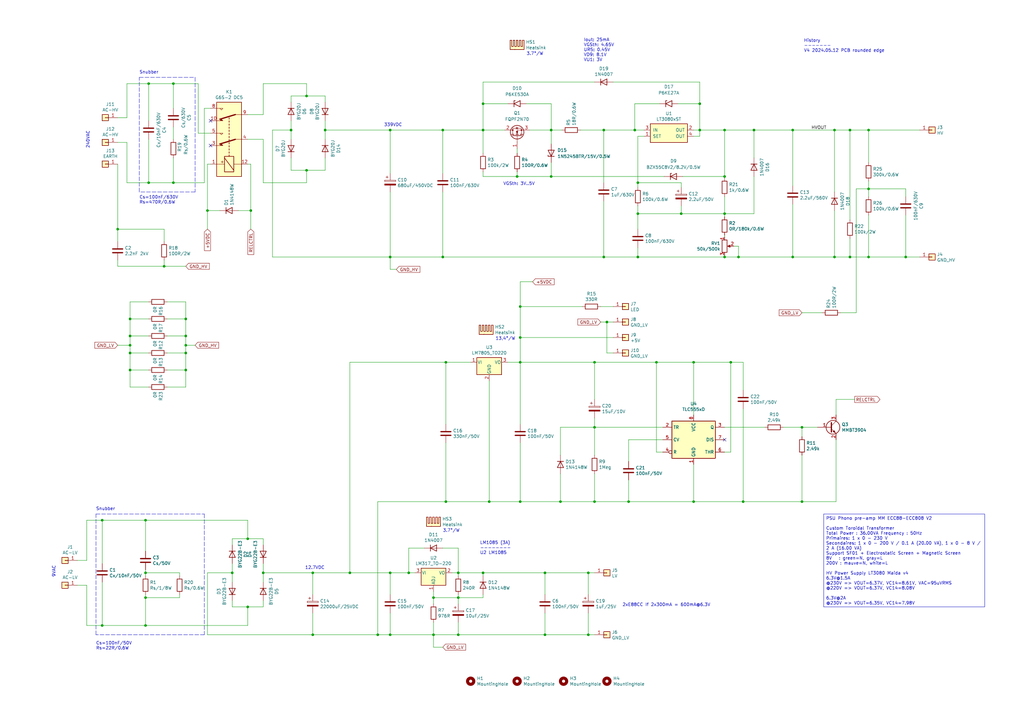
<source format=kicad_sch>
(kicad_sch (version 20231120) (generator "eeschema") (generator_version "8.0")
  (paper "A3")
  (title_block (title "HV Power Supply LT3080 Maida") (date "2025-01-22") (rev "4"))
  (junction (at 213.36 138.43))
  (junction (at 76.2 151.765))
  (junction (at 181.61 105.41))
  (junction (at 269.24 148.59))
  (junction (at 198.12 234.95))
  (junction (at 213.36 148.59))
  (junction (at 299.72 148.59))
  (junction (at 182.88 205.74))
  (junction (at 154.94 260.35))
  (junction (at 48.26 93.98))
  (junction (at 53.34 144.78))
  (junction (at 348.615 53.34))
  (junction (at 59.69 256.54))
  (junction (at 325.12 105.41))
  (junction (at 53.34 130.81))
  (junction (at 229.87 205.74))
  (junction (at 243.84 205.74))
  (junction (at 297.18 53.34))
  (junction (at 226.06 72.39))
  (junction (at 59.69 245.11))
  (junction (at 101.6 248.92))
  (junction (at 177.8 260.35))
  (junction (at 342.265 53.34))
  (junction (at 261.62 74.93))
  (junction (at 128.27 234.95))
  (junction (at 160.02 260.35))
  (junction (at 257.81 205.74))
  (junction (at 160.02 105.41))
  (junction (at 53.34 137.795))
  (junction (at 297.18 72.39))
  (junction (at 167.64 234.95))
  (junction (at 102.87 86.36))
  (junction (at 59.69 213.36))
  (junction (at 212.09 72.39))
  (junction (at 187.96 260.35))
  (junction (at 297.18 87.63))
  (junction (at 223.52 234.95))
  (junction (at 76.2 130.81))
  (junction (at 125.73 39.37))
  (junction (at 187.96 234.95))
  (junction (at 247.65 105.41))
  (junction (at 125.73 69.85))
  (junction (at 297.18 105.41))
  (junction (at 243.84 175.26))
  (junction (at 304.8 205.74))
  (junction (at 248.92 132.08))
  (junction (at 187.96 245.11))
  (junction (at 76.2 141.605))
  (junction (at 41.91 256.54))
  (junction (at 71.12 34.29))
  (junction (at 325.12 53.34))
  (junction (at 279.4 87.63))
  (junction (at 348.615 105.41))
  (junction (at 241.3 234.95))
  (junction (at 181.61 53.34))
  (junction (at 260.35 53.34))
  (junction (at 160.02 234.95))
  (junction (at 371.475 105.41))
  (junction (at 128.27 260.35))
  (junction (at 243.84 148.59))
  (junction (at 287.02 53.34))
  (junction (at 213.36 205.74))
  (junction (at 287.02 42.545))
  (junction (at 53.34 141.605))
  (junction (at 241.3 260.35))
  (junction (at 284.48 205.74))
  (junction (at 198.12 42.545))
  (junction (at 160.02 53.34))
  (junction (at 342.265 105.41))
  (junction (at 213.36 125.73))
  (junction (at 328.93 205.74))
  (junction (at 143.51 234.95))
  (junction (at 101.6 220.98))
  (junction (at 356.235 105.41))
  (junction (at 261.62 105.41))
  (junction (at 223.52 260.35))
  (junction (at 182.88 148.59))
  (junction (at 107.95 234.95))
  (junction (at 328.93 175.26))
  (junction (at 53.34 151.765))
  (junction (at 76.2 137.795))
  (junction (at 261.62 87.63))
  (junction (at 133.35 53.34))
  (junction (at 302.895 105.41))
  (junction (at 309.245 53.34))
  (junction (at 177.8 245.11))
  (junction (at 200.66 205.74))
  (junction (at 226.06 53.34))
  (junction (at 119.38 53.34))
  (junction (at 41.91 213.36))
  (junction (at 60.96 74.93))
  (junction (at 284.48 148.59))
  (junction (at 247.65 53.34))
  (junction (at 198.12 53.34))
  (junction (at 59.69 234.95))
  (junction (at 60.96 34.29))
  (junction (at 95.25 234.95))
  (junction (at 356.235 77.47))
  (junction (at 85.09 86.36))
  (junction (at 71.12 74.93))
  (junction (at 67.31 109.22))
  (junction (at 356.235 53.34))
  (junction (at 76.2 144.78))
  (no_connect (at 297.18 180.34))
  (no_connect (at 86.36 49.53))
  (no_connect (at 86.36 59.69))
  (wire (pts (xy 356.235 74.295) (xy 356.235 77.47)))
  (wire (pts (xy 297.18 53.34) (xy 297.18 72.39)))
  (wire (pts (xy 302.895 100.965) (xy 302.895 105.41)))
  (wire (pts (xy 101.6 256.54) (xy 101.6 248.92)))
  (wire (pts (xy 95.25 220.98) (xy 101.6 220.98)))
  (wire (pts (xy 68.58 151.765) (xy 76.2 151.765)))
  (wire (pts (xy 351.155 77.47) (xy 356.235 77.47)))
  (wire (pts (xy 226.06 59.055) (xy 226.06 53.34)))
  (wire (pts (xy 371.475 105.41) (xy 377.19 105.41)))
  (polyline (pts (xy 39.37 260.35) (xy 39.37 210.82)) (stroke (width 0) (type dash)))
  (wire (pts (xy 287.02 53.34) (xy 284.48 53.34)))
  (wire (pts (xy 181.61 53.34) (xy 198.12 53.34)))
  (wire (pts (xy 60.96 57.15) (xy 60.96 74.93)))
  (wire (pts (xy 302.895 105.41) (xy 325.12 105.41)))
  (wire (pts (xy 309.245 53.34) (xy 309.245 64.77)))
  (wire (pts (xy 53.34 137.795) (xy 53.34 141.605)))
  (wire (pts (xy 71.12 74.93) (xy 60.96 74.93)))
  (wire (pts (xy 342.9 180.34) (xy 342.9 205.74)))
  (wire (pts (xy 107.95 46.99) (xy 107.95 34.29)))
  (wire (pts (xy 297.18 185.42) (xy 299.72 185.42)))
  (wire (pts (xy 187.96 224.79) (xy 181.61 224.79)))
  (wire (pts (xy 177.8 260.35) (xy 177.8 255.27)))
  (wire (pts (xy 128.27 260.35) (xy 128.27 251.46)))
  (wire (pts (xy 213.36 115.57) (xy 213.36 125.73)))
  (wire (pts (xy 76.2 109.22) (xy 67.31 109.22)))
  (wire (pts (xy 328.93 205.74) (xy 304.8 205.74)))
  (wire (pts (xy 261.62 84.455) (xy 261.62 87.63)))
  (wire (pts (xy 68.58 137.795) (xy 76.2 137.795)))
  (wire (pts (xy 243.84 205.74) (xy 243.84 194.31)))
  (wire (pts (xy 48.26 58.42) (xy 52.07 58.42)))
  (wire (pts (xy 95.25 231.14) (xy 95.25 234.95)))
  (wire (pts (xy 35.56 256.54) (xy 41.91 256.54)))
  (wire (pts (xy 198.12 33.655) (xy 198.12 42.545)))
  (wire (pts (xy 68.58 158.75) (xy 76.2 158.75)))
  (wire (pts (xy 31.75 240.03) (xy 35.56 240.03)))
  (wire (pts (xy 223.52 234.95) (xy 241.3 234.95)))
  (wire (pts (xy 300.99 100.965) (xy 302.895 100.965)))
  (wire (pts (xy 154.94 260.35) (xy 154.94 205.74)))
  (wire (pts (xy 48.26 141.605) (xy 53.34 141.605)))
  (wire (pts (xy 241.3 251.46) (xy 241.3 260.35)))
  (polyline (pts (xy 57.15 78.74) (xy 57.15 31.75)) (stroke (width 0) (type dash)))
  (wire (pts (xy 325.12 83.82) (xy 325.12 105.41)))
  (wire (pts (xy 229.87 205.74) (xy 213.36 205.74)))
  (wire (pts (xy 177.8 245.11) (xy 187.96 245.11)))
  (wire (pts (xy 59.69 233.68) (xy 59.69 234.95)))
  (wire (pts (xy 226.06 53.34) (xy 217.17 53.34)))
  (wire (pts (xy 85.09 260.35) (xy 85.09 234.95)))
  (wire (pts (xy 128.27 243.84) (xy 128.27 234.95)))
  (wire (pts (xy 160.02 260.35) (xy 177.8 260.35)))
  (wire (pts (xy 71.12 64.77) (xy 71.12 74.93)))
  (wire (pts (xy 297.18 105.41) (xy 302.895 105.41)))
  (wire (pts (xy 67.31 109.22) (xy 48.26 109.22)))
  (wire (pts (xy 287.02 42.545) (xy 287.02 53.34)))
  (wire (pts (xy 287.02 42.545) (xy 287.02 33.655)))
  (wire (pts (xy 160.02 105.41) (xy 181.61 105.41)))
  (wire (pts (xy 226.06 53.34) (xy 230.505 53.34)))
  (wire (pts (xy 73.66 234.95) (xy 73.66 236.22)))
  (wire (pts (xy 71.12 34.29) (xy 81.28 34.29)))
  (wire (pts (xy 133.35 69.85) (xy 133.35 64.77)))
  (wire (pts (xy 261.62 101.6) (xy 261.62 105.41)))
  (wire (pts (xy 261.62 74.93) (xy 261.62 76.835)))
  (wire (pts (xy 226.06 72.39) (xy 212.09 72.39)))
  (wire (pts (xy 342.9 163.83) (xy 342.9 170.18)))
  (wire (pts (xy 35.56 213.36) (xy 41.91 213.36)))
  (wire (pts (xy 342.265 53.34) (xy 348.615 53.34)))
  (wire (pts (xy 68.58 123.825) (xy 76.2 123.825)))
  (wire (pts (xy 160.02 110.49) (xy 160.02 105.41)))
  (wire (pts (xy 181.61 105.41) (xy 247.65 105.41)))
  (wire (pts (xy 287.02 33.655) (xy 251.46 33.655)))
  (wire (pts (xy 71.12 52.07) (xy 71.12 57.15)))
  (wire (pts (xy 143.51 234.95) (xy 160.02 234.95)))
  (wire (pts (xy 304.8 167.64) (xy 304.8 205.74)))
  (wire (pts (xy 243.84 260.35) (xy 241.3 260.35)))
  (wire (pts (xy 270.51 42.545) (xy 260.35 42.545)))
  (wire (pts (xy 247.65 105.41) (xy 261.62 105.41)))
  (wire (pts (xy 81.28 34.29) (xy 81.28 54.61)))
  (wire (pts (xy 297.18 96.52) (xy 297.18 97.155)))
  (wire (pts (xy 213.36 125.73) (xy 213.36 138.43)))
  (wire (pts (xy 247.65 53.34) (xy 260.35 53.34)))
  (wire (pts (xy 243.84 175.26) (xy 229.87 175.26)))
  (wire (pts (xy 251.46 138.43) (xy 213.36 138.43)))
  (wire (pts (xy 278.13 42.545) (xy 287.02 42.545)))
  (wire (pts (xy 181.61 265.43) (xy 177.8 265.43)))
  (wire (pts (xy 177.8 260.35) (xy 187.96 260.35)))
  (wire (pts (xy 309.245 72.39) (xy 309.245 87.63)))
  (wire (pts (xy 218.44 115.57) (xy 213.36 115.57)))
  (wire (pts (xy 187.96 243.84) (xy 187.96 245.11)))
  (wire (pts (xy 101.6 220.98) (xy 107.95 220.98)))
  (wire (pts (xy 304.8 205.74) (xy 284.48 205.74)))
  (wire (pts (xy 223.52 243.84) (xy 223.52 234.95)))
  (wire (pts (xy 76.2 141.605) (xy 80.01 141.605)))
  (wire (pts (xy 119.38 69.85) (xy 125.73 69.85)))
  (wire (pts (xy 187.96 234.95) (xy 187.96 224.79)))
  (wire (pts (xy 213.36 138.43) (xy 213.36 148.59)))
  (wire (pts (xy 181.61 78.74) (xy 181.61 105.41)))
  (wire (pts (xy 243.84 175.26) (xy 243.84 171.45)))
  (wire (pts (xy 243.84 175.26) (xy 243.84 186.69)))
  (wire (pts (xy 187.96 234.95) (xy 198.12 234.95)))
  (wire (pts (xy 53.34 151.765) (xy 60.96 151.765)))
  (wire (pts (xy 76.2 141.605) (xy 76.2 144.78)))
  (wire (pts (xy 128.27 260.35) (xy 154.94 260.35)))
  (wire (pts (xy 111.76 53.34) (xy 111.76 105.41)))
  (wire (pts (xy 128.27 260.35) (xy 85.09 260.35)))
  (wire (pts (xy 248.92 132.08) (xy 251.46 132.08)))
  (wire (pts (xy 246.38 132.08) (xy 248.92 132.08)))
  (wire (pts (xy 272.415 72.39) (xy 226.06 72.39)))
  (polyline (pts (xy 57.15 31.75) (xy 80.01 31.75)) (stroke (width 0) (type dash)))
  (wire (pts (xy 247.65 82.55) (xy 247.65 105.41)))
  (wire (pts (xy 226.06 53.34) (xy 226.06 42.545)))
  (wire (pts (xy 223.52 251.46) (xy 223.52 260.35)))
  (wire (pts (xy 52.07 58.42) (xy 52.07 74.93)))
  (wire (pts (xy 31.75 229.87) (xy 35.56 229.87)))
  (wire (pts (xy 182.88 148.59) (xy 182.88 173.99)))
  (wire (pts (xy 107.95 220.98) (xy 107.95 223.52)))
  (wire (pts (xy 182.88 181.61) (xy 182.88 205.74)))
  (wire (pts (xy 182.88 148.59) (xy 143.51 148.59)))
  (wire (pts (xy 53.34 130.81) (xy 53.34 137.795)))
  (wire (pts (xy 187.96 260.35) (xy 223.52 260.35)))
  (wire (pts (xy 162.56 110.49) (xy 160.02 110.49)))
  (wire (pts (xy 133.35 53.34) (xy 133.35 57.15)))
  (wire (pts (xy 119.38 53.34) (xy 119.38 49.53)))
  (wire (pts (xy 68.58 130.81) (xy 76.2 130.81)))
  (wire (pts (xy 284.48 205.74) (xy 257.81 205.74)))
  (wire (pts (xy 284.48 148.59) (xy 269.24 148.59)))
  (wire (pts (xy 351.155 128.27) (xy 351.155 77.47)))
  (wire (pts (xy 297.18 87.63) (xy 309.245 87.63)))
  (wire (pts (xy 200.66 156.21) (xy 200.66 205.74)))
  (wire (pts (xy 279.4 74.93) (xy 261.62 74.93)))
  (wire (pts (xy 297.18 80.645) (xy 297.18 87.63)))
  (wire (pts (xy 297.18 53.34) (xy 287.02 53.34)))
  (wire (pts (xy 48.26 93.98) (xy 48.26 99.06)))
  (wire (pts (xy 125.73 39.37) (xy 133.35 39.37)))
  (wire (pts (xy 48.26 67.31) (xy 48.26 93.98)))
  (wire (pts (xy 198.12 53.34) (xy 198.12 62.865)))
  (wire (pts (xy 342.265 86.36) (xy 342.265 105.41)))
  (wire (pts (xy 243.84 205.74) (xy 229.87 205.74)))
  (wire (pts (xy 177.8 245.11) (xy 177.8 242.57)))
  (wire (pts (xy 107.95 34.29) (xy 125.73 34.29)))
  (wire (pts (xy 297.18 104.775) (xy 297.18 105.41)))
  (wire (pts (xy 160.02 53.34) (xy 181.61 53.34)))
  (wire (pts (xy 247.65 53.34) (xy 247.65 74.93)))
  (wire (pts (xy 60.96 123.825) (xy 53.34 123.825)))
  (wire (pts (xy 299.72 148.59) (xy 284.48 148.59)))
  (wire (pts (xy 243.84 33.655) (xy 198.12 33.655)))
  (wire (pts (xy 60.96 137.795) (xy 53.34 137.795)))
  (wire (pts (xy 76.2 151.765) (xy 76.2 144.78)))
  (wire (pts (xy 304.8 160.02) (xy 304.8 148.59)))
  (wire (pts (xy 344.805 128.27) (xy 351.155 128.27)))
  (wire (pts (xy 60.96 34.29) (xy 60.96 49.53)))
  (wire (pts (xy 160.02 53.34) (xy 160.02 71.12)))
  (wire (pts (xy 328.93 175.26) (xy 321.31 175.26)))
  (wire (pts (xy 59.69 243.84) (xy 59.69 245.11)))
  (wire (pts (xy 297.18 87.63) (xy 297.18 88.9)))
  (wire (pts (xy 41.91 256.54) (xy 41.91 238.76)))
  (wire (pts (xy 213.36 173.99) (xy 213.36 148.59)))
  (wire (pts (xy 119.38 41.91) (xy 119.38 39.37)))
  (wire (pts (xy 81.28 54.61) (xy 86.36 54.61)))
  (wire (pts (xy 342.265 53.34) (xy 342.265 78.74)))
  (wire (pts (xy 261.62 87.63) (xy 261.62 93.98)))
  (wire (pts (xy 53.34 151.765) (xy 53.34 144.78)))
  (wire (pts (xy 198.12 72.39) (xy 212.09 72.39)))
  (wire (pts (xy 181.61 71.12) (xy 181.61 53.34)))
  (wire (pts (xy 107.95 234.95) (xy 128.27 234.95)))
  (wire (pts (xy 101.6 213.36) (xy 101.6 220.98)))
  (polyline (pts (xy 80.01 78.74) (xy 57.15 78.74)) (stroke (width 0) (type dash)))
  (wire (pts (xy 59.69 213.36) (xy 41.91 213.36)))
  (wire (pts (xy 85.09 67.31) (xy 86.36 67.31)))
  (wire (pts (xy 119.38 57.15) (xy 119.38 53.34)))
  (wire (pts (xy 356.235 53.34) (xy 356.235 66.675)))
  (wire (pts (xy 167.64 224.79) (xy 167.64 234.95)))
  (wire (pts (xy 107.95 234.95) (xy 107.95 238.76)))
  (wire (pts (xy 356.235 105.41) (xy 371.475 105.41)))
  (wire (pts (xy 177.8 265.43) (xy 177.8 260.35)))
  (wire (pts (xy 342.265 105.41) (xy 348.615 105.41)))
  (wire (pts (xy 167.64 234.95) (xy 170.18 234.95)))
  (wire (pts (xy 328.93 128.27) (xy 337.185 128.27)))
  (wire (pts (xy 143.51 148.59) (xy 143.51 234.95)))
  (wire (pts (xy 102.87 67.31) (xy 102.87 86.36)))
  (wire (pts (xy 261.62 55.88) (xy 261.62 74.93)))
  (wire (pts (xy 198.12 53.34) (xy 207.01 53.34)))
  (wire (pts (xy 243.84 148.59) (xy 269.24 148.59)))
  (wire (pts (xy 67.31 99.06) (xy 67.31 93.98)))
  (wire (pts (xy 284.48 55.88) (xy 287.02 55.88)))
  (wire (pts (xy 356.235 77.47) (xy 371.475 77.47)))
  (wire (pts (xy 125.73 74.93) (xy 107.95 74.93)))
  (wire (pts (xy 238.125 53.34) (xy 247.65 53.34)))
  (wire (pts (xy 182.88 205.74) (xy 200.66 205.74)))
  (wire (pts (xy 85.09 86.36) (xy 85.09 67.31)))
  (wire (pts (xy 264.16 55.88) (xy 261.62 55.88)))
  (wire (pts (xy 284.48 170.18) (xy 284.48 148.59)))
  (wire (pts (xy 101.6 67.31) (xy 102.87 67.31)))
  (wire (pts (xy 297.18 53.34) (xy 309.245 53.34)))
  (wire (pts (xy 160.02 78.74) (xy 160.02 105.41)))
  (wire (pts (xy 107.95 57.15) (xy 101.6 57.15)))
  (wire (pts (xy 299.72 185.42) (xy 299.72 148.59)))
  (wire (pts (xy 251.46 144.78) (xy 248.92 144.78)))
  (wire (pts (xy 59.69 256.54) (xy 41.91 256.54)))
  (wire (pts (xy 185.42 234.95) (xy 187.96 234.95)))
  (wire (pts (xy 187.96 236.22) (xy 187.96 234.95)))
  (wire (pts (xy 198.12 42.545) (xy 198.12 53.34)))
  (wire (pts (xy 48.26 48.26) (xy 52.07 48.26)))
  (wire (pts (xy 101.6 46.99) (xy 107.95 46.99)))
  (wire (pts (xy 85.09 234.95) (xy 95.25 234.95)))
  (wire (pts (xy 83.82 44.45) (xy 86.36 44.45)))
  (wire (pts (xy 223.52 260.35) (xy 241.3 260.35)))
  (wire (pts (xy 246.38 125.73) (xy 251.46 125.73)))
  (wire (pts (xy 125.73 69.85) (xy 125.73 74.93)))
  (wire (pts (xy 53.34 144.78) (xy 60.96 144.78)))
  (wire (pts (xy 198.12 70.485) (xy 198.12 72.39)))
  (wire (pts (xy 198.12 234.95) (xy 198.12 236.22)))
  (wire (pts (xy 67.31 93.98) (xy 48.26 93.98)))
  (wire (pts (xy 198.12 243.84) (xy 198.12 245.11)))
  (wire (pts (xy 309.245 53.34) (xy 325.12 53.34)))
  (wire (pts (xy 59.69 226.06) (xy 59.69 213.36)))
  (wire (pts (xy 68.58 144.78) (xy 76.2 144.78)))
  (wire (pts (xy 95.25 234.95) (xy 95.25 238.76)))
  (wire (pts (xy 342.9 205.74) (xy 328.93 205.74)))
  (wire (pts (xy 119.38 39.37) (xy 125.73 39.37)))
  (wire (pts (xy 133.35 53.34) (xy 160.02 53.34)))
  (wire (pts (xy 325.12 53.34) (xy 342.265 53.34)))
  (wire (pts (xy 35.56 229.87) (xy 35.56 213.36)))
  (wire (pts (xy 71.12 34.29) (xy 71.12 44.45)))
  (wire (pts (xy 279.4 84.455) (xy 279.4 87.63)))
  (wire (pts (xy 177.8 247.65) (xy 177.8 245.11)))
  (wire (pts (xy 356.235 53.34) (xy 377.19 53.34)))
  (wire (pts (xy 328.93 186.69) (xy 328.93 205.74)))
  (wire (pts (xy 76.2 137.795) (xy 76.2 141.605)))
  (wire (pts (xy 52.07 34.29) (xy 60.96 34.29)))
  (wire (pts (xy 325.12 105.41) (xy 342.265 105.41)))
  (wire (pts (xy 271.78 175.26) (xy 243.84 175.26)))
  (wire (pts (xy 215.9 42.545) (xy 226.06 42.545)))
  (wire (pts (xy 102.87 86.36) (xy 97.79 86.36)))
  (wire (pts (xy 76.2 130.81) (xy 76.2 137.795)))
  (wire (pts (xy 160.02 260.35) (xy 160.02 251.46)))
  (wire (pts (xy 200.66 205.74) (xy 213.36 205.74)))
  (wire (pts (xy 304.8 148.59) (xy 299.72 148.59)))
  (wire (pts (xy 107.95 231.14) (xy 107.95 234.95)))
  (wire (pts (xy 95.25 248.92) (xy 95.25 246.38)))
  (wire (pts (xy 198.12 245.11) (xy 187.96 245.11)))
  (wire (pts (xy 48.26 109.22) (xy 48.26 106.68)))
  (wire (pts (xy 160.02 105.41) (xy 111.76 105.41)))
  (wire (pts (xy 73.66 245.11) (xy 59.69 245.11)))
  (wire (pts (xy 297.18 87.63) (xy 279.4 87.63)))
  (wire (pts (xy 325.12 76.2) (xy 325.12 53.34)))
  (wire (pts (xy 59.69 245.11) (xy 59.69 256.54)))
  (wire (pts (xy 107.95 74.93) (xy 107.95 57.15)))
  (wire (pts (xy 35.56 240.03) (xy 35.56 256.54)))
  (wire (pts (xy 229.87 175.26) (xy 229.87 186.69)))
  (wire (pts (xy 335.28 175.26) (xy 328.93 175.26)))
  (wire (pts (xy 348.615 105.41) (xy 356.235 105.41)))
  (wire (pts (xy 76.2 123.825) (xy 76.2 130.81)))
  (wire (pts (xy 348.615 90.17) (xy 348.615 53.34)))
  (wire (pts (xy 269.24 185.42) (xy 269.24 148.59)))
  (wire (pts (xy 59.69 256.54) (xy 101.6 256.54)))
  (polyline (pts (xy 83.82 260.35) (xy 39.37 260.35)) (stroke (width 0) (type dash)))
  (wire (pts (xy 257.81 205.74) (xy 243.84 205.74)))
  (polyline (pts (xy 83.82 210.82) (xy 83.82 260.35)) (stroke (width 0) (type dash)))
  (wire (pts (xy 101.6 213.36) (xy 59.69 213.36)))
  (wire (pts (xy 229.87 205.74) (xy 229.87 194.31)))
  (wire (pts (xy 348.615 97.79) (xy 348.615 105.41)))
  (wire (pts (xy 212.09 70.485) (xy 212.09 72.39)))
  (wire (pts (xy 198.12 234.95) (xy 223.52 234.95)))
  (wire (pts (xy 133.35 39.37) (xy 133.35 41.91)))
  (wire (pts (xy 52.07 74.93) (xy 60.96 74.93)))
  (wire (pts (xy 102.87 93.98) (xy 102.87 86.36)))
  (wire (pts (xy 356.235 77.47) (xy 356.235 80.645)))
  (wire (pts (xy 71.12 74.93) (xy 83.82 74.93)))
  (wire (pts (xy 260.35 53.34) (xy 264.16 53.34)))
  (wire (pts (xy 198.12 42.545) (xy 208.28 42.545)))
  (wire (pts (xy 154.94 205.74) (xy 182.88 205.74)))
  (wire (pts (xy 271.78 180.34) (xy 257.81 180.34)))
  (wire (pts (xy 280.035 72.39) (xy 297.18 72.39)))
  (wire (pts (xy 95.25 220.98) (xy 95.25 223.52)))
  (wire (pts (xy 41.91 213.36) (xy 41.91 231.14)))
  (polyline (pts (xy 80.01 31.75) (xy 80.01 78.74)) (stroke (width 0) (type dash)))
  (wire (pts (xy 241.3 234.95) (xy 243.84 234.95)))
  (wire (pts (xy 53.34 123.825) (xy 53.34 130.81)))
  (wire (pts (xy 226.06 66.675) (xy 226.06 72.39)))
  (wire (pts (xy 213.36 148.59) (xy 243.84 148.59)))
  (wire (pts (xy 125.73 39.37) (xy 125.73 34.29)))
  (wire (pts (xy 119.38 64.77) (xy 119.38 69.85)))
  (wire (pts (xy 297.18 72.39) (xy 297.18 73.025)))
  (wire (pts (xy 128.27 234.95) (xy 143.51 234.95)))
  (polyline (pts (xy 39.37 210.82) (xy 83.82 210.82)) (stroke (width 0) (type dash)))
  (wire (pts (xy 59.69 236.22) (xy 59.69 234.95)))
  (wire (pts (xy 187.96 260.35) (xy 187.96 255.27)))
  (wire (pts (xy 73.66 243.84) (xy 73.66 245.11)))
  (wire (pts (xy 213.36 125.73) (xy 238.76 125.73)))
  (wire (pts (xy 243.84 163.83) (xy 243.84 148.59)))
  (wire (pts (xy 241.3 243.84) (xy 241.3 234.95)))
  (wire (pts (xy 248.92 144.78) (xy 248.92 132.08)))
  (wire (pts (xy 101.6 248.92) (xy 107.95 248.92)))
  (wire (pts (xy 60.96 158.75) (xy 53.34 158.75)))
  (wire (pts (xy 160.02 243.84) (xy 160.02 234.95)))
  (wire (pts (xy 76.2 158.75) (xy 76.2 151.765)))
  (wire (pts (xy 53.34 130.81) (xy 60.96 130.81)))
  (wire (pts (xy 187.96 245.11) (xy 187.96 247.65)))
  (wire (pts (xy 356.235 88.265) (xy 356.235 105.41)))
  (wire (pts (xy 133.35 49.53) (xy 133.35 53.34)))
  (wire (pts (xy 59.69 234.95) (xy 73.66 234.95)))
  (wire (pts (xy 95.25 248.92) (xy 101.6 248.92)))
  (wire (pts (xy 160.02 234.95) (xy 167.64 234.95)))
  (wire (pts (xy 53.34 158.75) (xy 53.34 151.765)))
  (wire (pts (xy 154.94 260.35) (xy 160.02 260.35)))
  (wire (pts (xy 348.615 53.34) (xy 356.235 53.34)))
  (wire (pts (xy 213.36 205.74) (xy 213.36 181.61)))
  (wire (pts (xy 125.73 69.85) (xy 133.35 69.85)))
  (wire (pts (xy 85.09 86.36) (xy 90.17 86.36)))
  (wire (pts (xy 107.95 246.38) (xy 107.95 248.92)))
  (wire (pts (xy 271.78 185.42) (xy 269.24 185.42)))
  (wire (pts (xy 212.09 60.96) (xy 212.09 62.865)))
  (wire (pts (xy 83.82 74.93) (xy 83.82 44.45)))
  (wire (pts (xy 279.4 87.63) (xy 261.62 87.63)))
  (wire (pts (xy 350.52 163.83) (xy 342.9 163.83)))
  (wire (pts (xy 371.475 88.265) (xy 371.475 105.41)))
  (wire (pts (xy 53.34 141.605) (xy 53.34 144.78)))
  (wire (pts (xy 284.48 190.5) (xy 284.48 205.74)))
  (wire (pts (xy 287.02 55.88) (xy 287.02 53.34)))
  (wire (pts (xy 257.81 180.34) (xy 257.81 189.23)))
  (wire (pts (xy 257.81 205.74) (xy 257.81 196.85)))
  (wire (pts (xy 279.4 76.835) (xy 279.4 74.93)))
  (wire (pts (xy 261.62 105.41) (xy 297.18 105.41)))
  (wire (pts (xy 328.93 179.07) (xy 328.93 175.26)))
  (wire (pts (xy 85.09 93.98) (xy 85.09 86.36)))
  (wire (pts (xy 297.18 175.26) (xy 313.69 175.26)))
  (wire (pts (xy 67.31 106.68) (xy 67.31 109.22)))
  (wire (pts (xy 193.04 148.59) (xy 182.88 148.59)))
  (wire (pts (xy 71.12 34.29) (xy 60.96 34.29)))
  (wire (pts (xy 260.35 42.545) (xy 260.35 53.34)))
  (wire (pts (xy 119.38 53.34) (xy 111.76 53.34)))
  (wire (pts (xy 371.475 80.645) (xy 371.475 77.47)))
  (wire (pts (xy 173.99 224.79) (xy 167.64 224.79)))
  (wire (pts (xy 208.28 148.59) (xy 213.36 148.59)))
  (wire (pts (xy 52.07 48.26) (xy 52.07 34.29)))
  (text_box "PSU Phono pre-amp MM ECC88-ECC808 V2\n\nCustom Toroidal Transformer\nTotal Power : 36.00VA Frequency : 50Hz\nPrimaires: 1 x 0 - 230 V \nSecondaires: 1 x 0 - 200 V / 0.1 A (20.00 VA), 1 x 0 - 8 V / 2 A (16.00 VA)\nSupport SF01 + Electrostatic Screen + Magnetic Screen\n8V   : green=N, gray=L\n200V : mauve=N, white=L\n\nHV Power Supply LT3080 Maida v4\n6.3V@1.5A\n@230V => VOUT=6.37V, VC14=8.61V, VAC=95uVRMS\n@220V => VOUT=6.37V, VC14=8.08V\n\n6.3V@2A\n@230V => VOUT=6.35V, VC14=7.98V\n\n" (at 337.82 210.82 0) (size 66.04 38.1) (effects (font (size 1.27 1.27)) (justify left top)))
  (text "2xE88CC If 2x300mA = 600mA@6.3V" (at 255.27 248.92 0) (effects (font (size 1.27 1.27)) (justify left bottom)))
  (text "12.7VDC" (at 125.095 233.68 0) (effects (font (size 1.27 1.27)) (justify left bottom)))
  (text "Snubber" (at 39.37 209.55 0) (effects (font (size 1.27 1.27)) (justify left bottom)))
  (text "Iout: 25mA\nVGSth: 4.65V\nUR5: 0.45V\nVD9: 8.1V\nVU1: 3V" (at 239.395 25.4 0) (effects (font (size 1.27 1.27)) (justify left bottom)))
  (text "Cs=100nF/630V\nRs=470R/0.6W" (at 57.15 83.82 0) (effects (font (size 1.27 1.27)) (justify left bottom)))
  (text "Snubber" (at 57.15 30.48 0) (effects (font (size 1.27 1.27)) (justify left bottom)))
  (text "13,4°/W" (at 203.2 139.7 0) (effects (font (size 1.27 1.27)) (justify left bottom)))
  (text "240VAC" (at 36.83 60.96 90) (effects (font (size 1.27 1.27)) (justify left bottom)))
  (text "9VAC" (at 22.86 236.855 90) (effects (font (size 1.27 1.27)) (justify left bottom)))
  (text "3.7°/W" (at 215.9 22.86 0) (effects (font (size 1.27 1.27)) (justify left bottom)))
  (text "LM1085 (3A)\n--------\nU2 LM1085" (at 196.85 224.79 0) (effects (font (size 1.27 1.27)) (justify left)))
  (text "339VDC" (at 157.48 52.07 0) (effects (font (size 1.27 1.27)) (justify left bottom)))
  (text "Cs=100nF/50V\nRs=22R/0.6W" (at 39.37 266.7 0) (effects (font (size 1.27 1.27)) (justify left bottom)))
  (text "History\n-------\nV4 2024.05.12 PCB rounded edge" (at 329.692 18.796 0) (effects (font (size 1.27 1.27)) (justify left)))
  (text "VGSth: 3V..5V" (at 206.375 76.2 0) (effects (font (size 1.27 1.27)) (justify left bottom)))
  (text "3.7°/W" (at 181.61 218.44 0) (effects (font (size 1.27 1.27)) (justify left bottom)))
  (label "HVOUT" (at 332.74 53.34 0))
  (global_label "RELCTRL" (shape input) (at 102.87 93.98 270) (property "Intersheetrefs" "${INTERSHEET_REFS}" (effects (hide yes))))
  (global_label "+5VDC" (shape input) (at 218.44 115.57 0) (property "Intersheetrefs" "${INTERSHEET_REFS}" (effects (hide yes))))
  (global_label "GND_LV" (shape input) (at 181.61 265.43 0) (property "Intersheetrefs" "${INTERSHEET_REFS}" (effects (hide yes))))
  (global_label "+5VDC" (shape input) (at 85.09 93.98 270) (property "Intersheetrefs" "${INTERSHEET_REFS}" (effects (hide yes))))
  (global_label "GND_HV" (shape input) (at 162.56 110.49 0) (property "Intersheetrefs" "${INTERSHEET_REFS}" (effects (hide yes))))
  (global_label "GND_LV" (shape input) (at 48.26 141.605 180) (property "Intersheetrefs" "${INTERSHEET_REFS}" (effects (hide yes))))
  (global_label "RELCTRL" (shape output) (at 350.52 163.83 0) (property "Intersheetrefs" "${INTERSHEET_REFS}" (effects (hide yes))))
  (global_label "GND_HV" (shape input) (at 76.2 109.22 0) (property "Intersheetrefs" "${INTERSHEET_REFS}" (effects (hide yes))))
  (global_label "GND_LV" (shape input) (at 246.38 132.08 180) (property "Intersheetrefs" "${INTERSHEET_REFS}" (effects (hide yes))))
  (global_label "GND_HV" (shape input) (at 80.01 141.605 0) (property "Intersheetrefs" "${INTERSHEET_REFS}" (effects (hide yes))))
  (global_label "GND_LV" (shape input) (at 328.93 128.27 180) (property "Intersheetrefs" "${INTERSHEET_REFS}" (effects (hide yes))))
  (symbol (lib_id "Mechanical:MountingHole") (at 212.09 279.4 0) (unit 1)
    (property "Reference" "H2" (at 214.63 278.2316 0) (effects (justify left)))
    (property "Value" "MountingHole" (at 214.63 280.543 0) (effects (justify left)))
    (property "Footprint" "MountingHole:MountingHole_3.2mm_M3" (effects (hide yes)))
    (property "Description" "Mounting Hole without connection" (effects (hide yes)))
  )
  (symbol (lib_id "Mechanical:MountingHole") (at 231.14 279.4 0) (unit 1)
    (property "Reference" "H3" (at 233.68 278.2316 0) (effects (justify left)))
    (property "Value" "MountingHole" (at 233.68 280.543 0) (effects (justify left)))
    (property "Footprint" "MountingHole:MountingHole_3.2mm_M3" (effects (hide yes)))
    (property "Description" "Mounting Hole without connection" (effects (hide yes)))
  )
  (symbol (lib_id "Mechanical:MountingHole") (at 193.04 279.4 0) (unit 1)
    (property "Reference" "H1" (at 195.58 278.2316 0) (effects (justify left)))
    (property "Value" "MountingHole" (at 195.58 280.543 0) (effects (justify left)))
    (property "Footprint" "MountingHole:MountingHole_3.2mm_M3" (effects (hide yes)))
    (property "Description" "Mounting Hole without connection" (effects (hide yes)))
  )
  (symbol (lib_id "Mechanical:MountingHole") (at 248.92 279.4 0) (unit 1)
    (property "Reference" "H4" (at 251.46 278.2316 0) (effects (justify left)))
    (property "Value" "MountingHole" (at 251.46 280.543 0) (effects (justify left)))
    (property "Footprint" "MountingHole:MountingHole_3.2mm_M3" (effects (hide yes)))
    (property "Description" "Mounting Hole without connection" (effects (hide yes)))
  )
  (symbol (lib_id "Connector_Generic:Conn_01x01") (at 382.27 53.34 0) (unit 1)
    (property "Reference" "J3" (at 384.302 52.2732 0) (effects (justify left)))
    (property "Value" "HV" (at 384.302 54.5846 0) (effects (justify left)))
    (property "Footprint" "Connector_Pin:Pin_D1.3mm_L11.0mm" (effects (hide yes)))
    (property "Description" "Generic connector, single row, 01x01, script generated (kicad-library-utils/schlib/autogen/connector/)" (effects (hide yes)))
  )
  (symbol (lib_id "Device:C_Polarized") (at 160.02 74.93 0) (unit 1)
    (property "Reference" "C10" (at 163.0172 73.7616 0) (effects (justify left)))
    (property "Value" "680uF/450VDC" (at 163.0172 76.073 0) (effects (justify left)))
    (property "Footprint" "Capacitor_THT:CP_Radial_D35.0mm_P10.00mm_SnapIn" (effects (hide yes)))
    (property "Description" "Polarized capacitor" (effects (hide yes)))
  )
  (symbol (lib_id "Device:C") (at 181.61 74.93 0) (unit 1)
    (property "Reference" "C11" (at 184.531 73.7616 0) (effects (justify left)))
    (property "Value" "100nF/630V" (at 184.531 76.073 0) (effects (justify left)))
    (property "Footprint" "Capacitor_THT:C_Rect_L18.0mm_W5.0mm_P15.00mm_FKS3_FKP3" (effects (hide yes)))
    (property "Description" "Unpolarized capacitor" (effects (hide yes)))
  )
  (symbol (lib_id "Device:R") (at 64.77 130.81 270) (unit 1)
    (property "Reference" "R17" (at 65.9384 132.588 0) (effects (justify left)))
    (property "Value" "0R" (at 63.627 132.588 0) (effects (justify left)))
    (property "Footprint" "Resistor_SMD:R_1206_3216Metric_Pad1.30x1.75mm_HandSolder" (effects (hide yes)))
    (property "Description" "Resistor" (effects (hide yes)))
  )
  (symbol (lib_id "Device:R") (at 64.77 123.825 270) (unit 1)
    (property "Reference" "R16" (at 65.9384 125.603 0) (effects (justify left)))
    (property "Value" "0R" (at 63.627 125.603 0) (effects (justify left)))
    (property "Footprint" "Resistor_SMD:R_1206_3216Metric_Pad1.30x1.75mm_HandSolder" (effects (hide yes)))
    (property "Description" "Resistor" (effects (hide yes)))
  )
  (symbol (lib_id "Device:C_Polarized") (at 128.27 247.65 0) (unit 1)
    (property "Reference" "C14" (at 131.2672 246.4816 0) (effects (justify left)))
    (property "Value" "22000uF/25VDC" (at 131.2672 248.793 0) (effects (justify left)))
    (property "Footprint" "Capacitor_THT:CP_Radial_D35.0mm_P10.00mm_SnapIn" (effects (hide yes)))
    (property "Description" "Polarized capacitor" (effects (hide yes)))
  )
  (symbol (lib_id "Regulator_Linear:LM317_TO-220") (at 177.8 234.95 0) (unit 1)
    (property "Reference" "U2" (at 177.8 228.8032 0))
    (property "Value" "LM317_TO-220" (at 177.8 231.1146 0))
    (property "Footprint" "Package_TO_SOT_THT:TO-220-3_Vertical" (effects (hide yes)))
    (property "Datasheet" "http://www.ti.com/lit/ds/symlink/lm317.pdf" (effects (hide yes)))
    (property "Description" "1.5A 35V Adjustable Linear Regulator, TO-220" (effects (hide yes)))
  )
  (symbol (lib_id "Device:C") (at 160.02 247.65 0) (unit 1)
    (property "Reference" "C15" (at 162.941 246.4816 0) (effects (justify left)))
    (property "Value" "100nF/50V" (at 162.941 248.793 0) (effects (justify left)))
    (property "Footprint" "Capacitor_SMD:C_0805_2012Metric_Pad1.18x1.45mm_HandSolder" (effects (hide yes)))
    (property "Description" "Unpolarized capacitor" (effects (hide yes)))
  )
  (symbol (lib_id "Device:R") (at 177.8 251.46 0) (unit 1)
    (property "Reference" "R7" (at 179.578 250.2916 0) (effects (justify left)))
    (property "Value" "976R" (at 179.578 252.603 0) (effects (justify left)))
    (property "Footprint" "Resistor_SMD:R_0805_2012Metric_Pad1.20x1.40mm_HandSolder" (effects (hide yes)))
    (property "Description" "Resistor" (effects (hide yes)))
  )
  (symbol (lib_id "Device:R") (at 187.96 240.03 0) (unit 1)
    (property "Reference" "R8" (at 189.738 238.8616 0) (effects (justify left)))
    (property "Value" "240R" (at 189.738 241.173 0) (effects (justify left)))
    (property "Footprint" "Resistor_SMD:R_0805_2012Metric_Pad1.20x1.40mm_HandSolder" (effects (hide yes)))
    (property "Description" "Resistor" (effects (hide yes)))
  )
  (symbol (lib_id "Diode:1N4007") (at 177.8 224.79 0) (unit 1)
    (property "Reference" "D11" (at 177.8 219.2782 0))
    (property "Value" "1N4007" (at 177.8 221.5896 0))
    (property "Footprint" "Diode_SMD:D_SMA_Handsoldering" (effects (hide yes)))
    (property "Datasheet" "http://www.vishay.com/docs/88503/1n4001.pdf" (effects (hide yes)))
    (property "Description" "1000V 1A General Purpose Rectifier Diode, DO-41" (effects (hide yes)))
    (property "Sim.Device" "D" (effects (hide yes)))
    (property "Sim.Pins" "1=K 2=A" (effects (hide yes)))
  )
  (symbol (lib_id "Device:C_Polarized") (at 187.96 251.46 0) (unit 1)
    (property "Reference" "C17" (at 190.9572 250.2916 0) (effects (justify left)))
    (property "Value" "10uF/25V" (at 190.9572 252.603 0) (effects (justify left)))
    (property "Footprint" "Capacitor_THT:CP_Radial_D5.0mm_P2.00mm" (effects (hide yes)))
    (property "Description" "Polarized capacitor" (effects (hide yes)))
  )
  (symbol (lib_id "Diode:1N4007") (at 198.12 240.03 270) (unit 1)
    (property "Reference" "D12" (at 200.152 238.8616 90) (effects (justify left)))
    (property "Value" "1N4148W" (at 200.152 241.173 90) (effects (justify left)))
    (property "Footprint" "Diode_SMD:D_SOD-123" (effects (hide yes)))
    (property "Datasheet" "http://www.vishay.com/docs/88503/1n4001.pdf" (effects (hide yes)))
    (property "Description" "1000V 1A General Purpose Rectifier Diode, DO-41" (effects (hide yes)))
    (property "Sim.Device" "D" (effects (hide yes)))
    (property "Sim.Pins" "1=K 2=A" (effects (hide yes)))
  )
  (symbol (lib_id "Connector_Generic:Conn_01x01") (at 382.27 105.41 0) (unit 1)
    (property "Reference" "J4" (at 384.302 104.3432 0) (effects (justify left)))
    (property "Value" "GND_HV" (at 384.302 106.6546 0) (effects (justify left)))
    (property "Footprint" "Connector_Pin:Pin_D1.3mm_L11.0mm" (effects (hide yes)))
    (property "Description" "Generic connector, single row, 01x01, script generated (kicad-library-utils/schlib/autogen/connector/)" (effects (hide yes)))
  )
  (symbol (lib_id "Transistor_BJT:MMBT3904") (at 340.36 175.26 0) (unit 1)
    (property "Reference" "Q3" (at 345.2114 174.0916 0) (effects (justify left)))
    (property "Value" "MMBT3904" (at 345.2114 176.403 0) (effects (justify left)))
    (property "Footprint" "Package_TO_SOT_SMD:SOT-23" (effects (hide yes)))
    (property "Datasheet" "https://www.onsemi.com/pdf/datasheet/pzt3904-d.pdf" (effects (hide yes)))
    (property "Description" "0.2A Ic, 40V Vce, Small Signal NPN Transistor, SOT-23" (effects (hide yes)))
  )
  (symbol (lib_id "Device:R") (at 328.93 182.88 0) (unit 1)
    (property "Reference" "R11" (at 330.708 181.7116 0) (effects (justify left)))
    (property "Value" "2.49k" (at 330.708 184.023 0) (effects (justify left)))
    (property "Footprint" "Resistor_SMD:R_0805_2012Metric_Pad1.20x1.40mm_HandSolder" (effects (hide yes)))
    (property "Description" "Resistor" (effects (hide yes)))
  )
  (symbol (lib_id "Device:R") (at 317.5 175.26 270) (unit 1)
    (property "Reference" "R10" (at 317.5 170.0022 90))
    (property "Value" "2.49k" (at 317.5 172.3136 90))
    (property "Footprint" "Resistor_SMD:R_0805_2012Metric_Pad1.20x1.40mm_HandSolder" (effects (hide yes)))
    (property "Description" "Resistor" (effects (hide yes)))
  )
  (symbol (lib_id "Timer:TLC555xD") (at 284.48 180.34 0) (unit 1)
    (property "Reference" "U4" (at 284.48 165.5826 0))
    (property "Value" "TLC555xD" (at 284.48 167.894 0))
    (property "Footprint" "Package_SO:SOIC-8_3.9x4.9mm_P1.27mm" (effects (hide yes)))
    (property "Datasheet" "http://www.ti.com/lit/ds/symlink/tlc555.pdf" (effects (hide yes)))
    (property "Description" "Single LinCMOS Timer, 555 compatible, SOIC-8" (effects (hide yes)))
  )
  (symbol (lib_id "Regulator_Linear:LM7805_TO220") (at 200.66 148.59 0) (unit 1)
    (property "Reference" "U3" (at 200.66 142.4432 0))
    (property "Value" "LM7805_TO220" (at 200.66 144.7546 0))
    (property "Footprint" "Package_TO_SOT_THT:TO-220-3_Vertical" (effects (hide yes)))
    (property "Datasheet" "https://www.onsemi.cn/PowerSolutions/document/MC7800-D.PDF" (effects (hide yes)))
    (property "Description" "Positive 1A 35V Linear Regulator, Fixed Output 5V, TO-220" (effects (hide yes)))
  )
  (symbol (lib_id "Device:C") (at 304.8 163.83 0) (unit 1)
    (property "Reference" "C22" (at 307.721 162.6616 0) (effects (justify left)))
    (property "Value" "100nF/50V" (at 307.721 164.973 0) (effects (justify left)))
    (property "Footprint" "Capacitor_SMD:C_0805_2012Metric_Pad1.18x1.45mm_HandSolder" (effects (hide yes)))
    (property "Description" "Unpolarized capacitor" (effects (hide yes)))
  )
  (symbol (lib_id "Device:C_Polarized") (at 241.3 247.65 0) (unit 1)
    (property "Reference" "C19" (at 244.2972 246.4816 0) (effects (justify left)))
    (property "Value" "1uF/25V" (at 244.2972 248.793 0) (effects (justify left)))
    (property "Footprint" "Capacitor_THT:CP_Radial_D5.0mm_P2.00mm" (effects (hide yes)))
    (property "Description" "Polarized capacitor" (effects (hide yes)))
  )
  (symbol (lib_id "Connector_Generic:Conn_01x01") (at 248.92 260.35 0) (unit 1)
    (property "Reference" "J6" (at 250.952 259.2832 0) (effects (justify left)))
    (property "Value" "GND_LV" (at 250.952 261.5946 0) (effects (justify left)))
    (property "Footprint" "Connector_Pin:Pin_D1.3mm_L11.0mm" (effects (hide yes)))
    (property "Description" "Generic connector, single row, 01x01, script generated (kicad-library-utils/schlib/autogen/connector/)" (effects (hide yes)))
  )
  (symbol (lib_id "Connector_Generic:Conn_01x01") (at 248.92 234.95 0) (unit 1)
    (property "Reference" "J5" (at 250.952 233.8832 0) (effects (justify left)))
    (property "Value" "LV" (at 250.952 236.1946 0) (effects (justify left)))
    (property "Footprint" "Connector_Pin:Pin_D1.3mm_L11.0mm" (effects (hide yes)))
    (property "Description" "Generic connector, single row, 01x01, script generated (kicad-library-utils/schlib/autogen/connector/)" (effects (hide yes)))
  )
  (symbol (lib_id "Device:C") (at 257.81 193.04 0) (unit 1)
    (property "Reference" "C21" (at 260.731 191.8716 0) (effects (justify left)))
    (property "Value" "100nF/50V" (at 260.731 194.183 0) (effects (justify left)))
    (property "Footprint" "Capacitor_SMD:C_0805_2012Metric_Pad1.18x1.45mm_HandSolder" (effects (hide yes)))
    (property "Description" "Unpolarized capacitor" (effects (hide yes)))
  )
  (symbol (lib_id "Device:C_Polarized") (at 243.84 167.64 0) (unit 1)
    (property "Reference" "C20" (at 246.8372 166.4716 0) (effects (justify left)))
    (property "Value" "15uF/10V" (at 246.8372 168.783 0) (effects (justify left)))
    (property "Footprint" "Capacitor_Tantalum_SMD:CP_EIA-3216-12_Kemet-S_Pad1.58x1.35mm_HandSolder" (effects (hide yes)))
    (property "Description" "Polarized capacitor" (effects (hide yes)))
  )
  (symbol (lib_id "Device:R") (at 243.84 190.5 0) (unit 1)
    (property "Reference" "R9" (at 245.618 189.3316 0) (effects (justify left)))
    (property "Value" "1Meg" (at 245.618 191.643 0) (effects (justify left)))
    (property "Footprint" "Resistor_SMD:R_0805_2012Metric_Pad1.20x1.40mm_HandSolder" (effects (hide yes)))
    (property "Description" "Resistor" (effects (hide yes)))
  )
  (symbol (lib_id "Diode:1N4148W") (at 229.87 190.5 270) (unit 1)
    (property "Reference" "D13" (at 231.902 189.3316 90) (effects (justify left)))
    (property "Value" "1N4148W" (at 231.902 191.643 90) (effects (justify left)))
    (property "Footprint" "Diode_SMD:D_SOD-123" (effects (hide yes)))
    (property "Datasheet" "https://www.vishay.com/docs/85748/1n4148w.pdf" (effects (hide yes)))
    (property "Description" "75V 0.15A Fast Switching Diode, SOD-123" (effects (hide yes)))
    (property "Sim.Device" "D" (effects (hide yes)))
    (property "Sim.Pins" "1=K 2=A" (effects (hide yes)))
  )
  (symbol (lib_id "Device:C") (at 182.88 177.8 0) (unit 1)
    (property "Reference" "C16" (at 185.801 176.6316 0) (effects (justify left)))
    (property "Value" "330nF/50V" (at 185.801 178.943 0) (effects (justify left)))
    (property "Footprint" "Capacitor_SMD:C_0805_2012Metric_Pad1.18x1.45mm_HandSolder" (effects (hide yes)))
    (property "Description" "Unpolarized capacitor" (effects (hide yes)))
  )
  (symbol (lib_id "Device:C") (at 213.36 177.8 0) (unit 1)
    (property "Reference" "C18" (at 216.281 176.6316 0) (effects (justify left)))
    (property "Value" "100nF/50V" (at 216.281 178.943 0) (effects (justify left)))
    (property "Footprint" "Capacitor_SMD:C_0805_2012Metric_Pad1.18x1.45mm_HandSolder" (effects (hide yes)))
    (property "Description" "Unpolarized capacitor" (effects (hide yes)))
  )
  (symbol (lib_id "Mechanical:Heatsink") (at 177.8 215.9 0) (unit 1)
    (property "Reference" "HS3" (at 181.4068 212.8266 0) (effects (justify left)))
    (property "Value" "Heatsink" (at 181.4068 215.138 0) (effects (justify left)))
    (property "Footprint" "Heatsink:Heatsink_Fischer_SK129-STS_42x25mm_2xDrill2.5mm" (effects (hide yes)))
    (property "Description" "Heatsink" (effects (hide yes)))
  )
  (symbol (lib_id "Device:R") (at 64.77 137.795 270) (unit 1)
    (property "Reference" "R12" (at 65.9384 139.573 0) (effects (justify left)))
    (property "Value" "0R" (at 63.627 139.573 0) (effects (justify left)))
    (property "Footprint" "Resistor_SMD:R_1206_3216Metric_Pad1.30x1.75mm_HandSolder" (effects (hide yes)))
    (property "Description" "Resistor" (effects (hide yes)))
  )
  (symbol (lib_id "Device:R") (at 64.77 144.78 270) (unit 1)
    (property "Reference" "R13" (at 65.9384 146.558 0) (effects (justify left)))
    (property "Value" "0R" (at 63.627 146.558 0) (effects (justify left)))
    (property "Footprint" "Resistor_SMD:R_1206_3216Metric_Pad1.30x1.75mm_HandSolder" (effects (hide yes)))
    (property "Description" "Resistor" (effects (hide yes)))
  )
  (symbol (lib_id "Device:R") (at 64.77 151.765 270) (unit 1)
    (property "Reference" "R14" (at 65.9384 153.543 0) (effects (justify left)))
    (property "Value" "0R" (at 63.627 153.543 0) (effects (justify left)))
    (property "Footprint" "Resistor_SMD:R_1206_3216Metric_Pad1.30x1.75mm_HandSolder" (effects (hide yes)))
    (property "Description" "Resistor" (effects (hide yes)))
  )
  (symbol (lib_id "Device:R") (at 242.57 125.73 270) (unit 1)
    (property "Reference" "R15" (at 242.57 120.4722 90))
    (property "Value" "330R" (at 242.57 122.7836 90))
    (property "Footprint" "Resistor_SMD:R_0805_2012Metric_Pad1.20x1.40mm_HandSolder" (effects (hide yes)))
    (property "Description" "Resistor" (effects (hide yes)))
  )
  (symbol (lib_id "Connector_Generic:Conn_01x01") (at 256.54 132.08 0) (unit 1)
    (property "Reference" "J8" (at 258.572 131.0132 0) (effects (justify left)))
    (property "Value" "GND_LV" (at 258.572 133.3246 0) (effects (justify left)))
    (property "Footprint" "Connector_Pin:Pin_D1.0mm_L10.0mm" (effects (hide yes)))
    (property "Description" "Generic connector, single row, 01x01, script generated (kicad-library-utils/schlib/autogen/connector/)" (effects (hide yes)))
  )
  (symbol (lib_id "Connector_Generic:Conn_01x01") (at 256.54 125.73 0) (unit 1)
    (property "Reference" "J7" (at 258.572 124.6632 0) (effects (justify left)))
    (property "Value" "LED" (at 258.572 126.9746 0) (effects (justify left)))
    (property "Footprint" "Connector_Pin:Pin_D1.0mm_L10.0mm" (effects (hide yes)))
    (property "Description" "Generic connector, single row, 01x01, script generated (kicad-library-utils/schlib/autogen/connector/)" (effects (hide yes)))
  )
  (symbol (lib_id "Connector_Generic:Conn_01x01") (at 256.54 144.78 0) (unit 1)
    (property "Reference" "J10" (at 258.572 143.7132 0) (effects (justify left)))
    (property "Value" "GND_LV" (at 258.572 146.0246 0) (effects (justify left)))
    (property "Footprint" "Connector_Pin:Pin_D1.0mm_L10.0mm" (effects (hide yes)))
    (property "Description" "Generic connector, single row, 01x01, script generated (kicad-library-utils/schlib/autogen/connector/)" (effects (hide yes)))
  )
  (symbol (lib_id "Connector_Generic:Conn_01x01") (at 256.54 138.43 0) (unit 1)
    (property "Reference" "J9" (at 258.572 137.3632 0) (effects (justify left)))
    (property "Value" "+5V" (at 258.572 139.6746 0) (effects (justify left)))
    (property "Footprint" "Connector_Pin:Pin_D1.0mm_L10.0mm" (effects (hide yes)))
    (property "Description" "Generic connector, single row, 01x01, script generated (kicad-library-utils/schlib/autogen/connector/)" (effects (hide yes)))
  )
  (symbol (lib_id "Mechanical:Heatsink") (at 199.39 137.16 0) (unit 1)
    (property "Reference" "HS2" (at 202.9968 134.0866 0) (effects (justify left)))
    (property "Value" "Heatsink" (at 202.9968 136.398 0) (effects (justify left)))
    (property "Footprint" "Heatsink:Heatsink_Fischer_SK104-STC-STIC_35x13mm_2xDrill2.5mm" (effects (hide yes)))
    (property "Description" "Heatsink" (effects (hide yes)))
  )
  (symbol (lib_id "Diode:1N4007") (at 342.265 82.55 270) (unit 1)
    (property "Reference" "D18" (at 347.7768 82.55 0))
    (property "Value" "1N4007" (at 345.4654 82.55 0))
    (property "Footprint" "Diode_THT:D_DO-41_SOD81_P10.16mm_Horizontal" (effects (hide yes)))
    (property "Datasheet" "http://www.vishay.com/docs/88503/1n4001.pdf" (effects (hide yes)))
    (property "Description" "1000V 1A General Purpose Rectifier Diode, DO-41" (effects (hide yes)))
    (property "Sim.Device" "D" (effects (hide yes)))
    (property "Sim.Pins" "1=K 2=A" (effects (hide yes)))
  )
  (symbol (lib_id "Device:D") (at 95.25 227.33 270) (unit 1)
    (property "Reference" "D2" (at 100.7618 227.33 0))
    (property "Value" "BYG22B-E3" (at 98.4504 227.33 0))
    (property "Footprint" "Diode_SMD:D_SMA_Handsoldering" (effects (hide yes)))
    (property "Description" "Diode" (effects (hide yes)))
    (property "Sim.Device" "D" (effects (hide yes)))
    (property "Sim.Pins" "1=K 2=A" (effects (hide yes)))
  )
  (symbol (lib_id "Device:D") (at 95.25 242.57 90) (unit 1)
    (property "Reference" "D3" (at 89.7382 242.57 0))
    (property "Value" "BYG22B-E3" (at 92.0496 242.57 0))
    (property "Footprint" "Diode_SMD:D_SMA_Handsoldering" (effects (hide yes)))
    (property "Description" "Diode" (effects (hide yes)))
    (property "Sim.Device" "D" (effects (hide yes)))
    (property "Sim.Pins" "1=K 2=A" (effects (hide yes)))
  )
  (symbol (lib_id "Device:D") (at 107.95 227.33 90) (unit 1)
    (property "Reference" "D4" (at 102.4382 227.33 0))
    (property "Value" "BYG22B-E3" (at 104.7496 227.33 0))
    (property "Footprint" "Diode_SMD:D_SMA_Handsoldering" (effects (hide yes)))
    (property "Description" "Diode" (effects (hide yes)))
    (property "Sim.Device" "D" (effects (hide yes)))
    (property "Sim.Pins" "1=K 2=A" (effects (hide yes)))
  )
  (symbol (lib_id "Device:D") (at 107.95 242.57 270) (unit 1)
    (property "Reference" "D5" (at 113.4618 242.57 0))
    (property "Value" "BYG22B-E3" (at 111.1504 242.57 0))
    (property "Footprint" "Diode_SMD:D_SMA_Handsoldering" (effects (hide yes)))
    (property "Description" "Diode" (effects (hide yes)))
    (property "Sim.Device" "D" (effects (hide yes)))
    (property "Sim.Pins" "1=K 2=A" (effects (hide yes)))
  )
  (symbol (lib_id "Connector_Generic:Conn_01x01") (at 26.67 229.87 0) (mirror y) (unit 1)
    (property "Reference" "J1" (at 28.7528 224.3582 0))
    (property "Value" "AC-LV" (at 28.7528 226.6696 0))
    (property "Footprint" "Connector_Pin:Pin_D1.3mm_L11.0mm" (effects (hide yes)))
    (property "Description" "Generic connector, single row, 01x01, script generated (kicad-library-utils/schlib/autogen/connector/)" (effects (hide yes)))
  )
  (symbol (lib_id "Connector_Generic:Conn_01x01") (at 26.67 240.03 0) (mirror y) (unit 1)
    (property "Reference" "J2" (at 28.7528 234.5182 0))
    (property "Value" "AC-LV" (at 28.7528 236.8296 0))
    (property "Footprint" "Connector_Pin:Pin_D1.3mm_L11.0mm" (effects (hide yes)))
    (property "Description" "Generic connector, single row, 01x01, script generated (kicad-library-utils/schlib/autogen/connector/)" (effects (hide yes)))
  )
  (symbol (lib_id "Device:C") (at 41.91 234.95 0) (unit 1)
    (property "Reference" "C1" (at 44.831 233.7816 0) (effects (justify left)))
    (property "Value" "Cx/10nF/50V" (at 44.831 236.093 0) (effects (justify left)))
    (property "Footprint" "Capacitor_SMD:C_0805_2012Metric_Pad1.18x1.45mm_HandSolder" (effects (hide yes)))
    (property "Description" "Unpolarized capacitor" (effects (hide yes)))
  )
  (symbol (lib_id "Device:C") (at 59.69 229.87 0) (unit 1)
    (property "Reference" "C3" (at 62.611 228.7016 0) (effects (justify left)))
    (property "Value" "Cs/50V" (at 62.611 231.013 0) (effects (justify left)))
    (property "Footprint" "Capacitor_SMD:C_0805_2012Metric_Pad1.18x1.45mm_HandSolder" (effects (hide yes)))
    (property "Description" "Unpolarized capacitor" (effects (hide yes)))
  )
  (symbol (lib_id "Device:R") (at 59.69 240.03 0) (unit 1)
    (property "Reference" "R1" (at 61.468 238.8616 0) (effects (justify left)))
    (property "Value" "Rs/1/8W" (at 61.468 241.173 0) (effects (justify left)))
    (property "Footprint" "Resistor_SMD:R_0805_2012Metric_Pad1.20x1.40mm_HandSolder" (effects (hide yes)))
    (property "Description" "Resistor" (effects (hide yes)))
  )
  (symbol (lib_id "Device:R") (at 73.66 240.03 0) (unit 1)
    (property "Reference" "R20" (at 75.438 238.8616 0) (effects (justify left)))
    (property "Value" "Rs/0.6W" (at 75.438 241.173 0) (effects (justify left)))
    (property "Footprint" "Resistor_THT:R_Axial_DIN0207_L6.3mm_D2.5mm_P10.16mm_Horizontal" (effects (hide yes)))
    (property "Description" "Resistor" (effects (hide yes)))
  )
  (symbol (lib_id "Device:D") (at 133.35 45.72 90) (unit 1)
    (property "Reference" "D8" (at 127.8636 45.72 0))
    (property "Value" "BYG20J" (at 130.175 45.72 0))
    (property "Footprint" "Diode_SMD:D_SMA_Handsoldering" (effects (hide yes)))
    (property "Description" "Diode" (effects (hide yes)))
    (property "Sim.Device" "D" (effects (hide yes)))
    (property "Sim.Pins" "1=K 2=A" (effects (hide yes)))
  )
  (symbol (lib_id "Device:D") (at 119.38 45.72 270) (unit 1)
    (property "Reference" "D6" (at 124.8664 45.72 0))
    (property "Value" "BYG20J" (at 122.555 45.72 0))
    (property "Footprint" "Diode_SMD:D_SMA_Handsoldering" (effects (hide yes)))
    (property "Description" "Diode" (effects (hide yes)))
    (property "Sim.Device" "D" (effects (hide yes)))
    (property "Sim.Pins" "1=K 2=A" (effects (hide yes)))
  )
  (symbol (lib_id "Device:D") (at 133.35 60.96 270) (unit 1)
    (property "Reference" "D14" (at 138.8364 60.96 0))
    (property "Value" "BYG20J" (at 136.525 60.96 0))
    (property "Footprint" "Diode_SMD:D_SMA_Handsoldering" (effects (hide yes)))
    (property "Description" "Diode" (effects (hide yes)))
    (property "Sim.Device" "D" (effects (hide yes)))
    (property "Sim.Pins" "1=K 2=A" (effects (hide yes)))
  )
  (symbol (lib_id "Device:D") (at 119.38 60.96 90) (unit 1)
    (property "Reference" "D7" (at 113.8936 60.96 0))
    (property "Value" "BYG20J" (at 116.205 60.96 0))
    (property "Footprint" "Diode_SMD:D_SMA_Handsoldering" (effects (hide yes)))
    (property "Description" "Diode" (effects (hide yes)))
    (property "Sim.Device" "D" (effects (hide yes)))
    (property "Sim.Pins" "1=K 2=A" (effects (hide yes)))
  )
  (symbol (lib_id "Device:C") (at 48.26 102.87 0) (unit 1)
    (property "Reference" "C2" (at 51.181 101.7016 0) (effects (justify left)))
    (property "Value" "2.2nF 2kV" (at 51.181 104.013 0) (effects (justify left)))
    (property "Footprint" "Capacitor_THT:C_Rect_L18.0mm_W5.0mm_P15.00mm_FKS3_FKP3" (effects (hide yes)))
    (property "Description" "Unpolarized capacitor" (effects (hide yes)))
  )
  (symbol (lib_id "Device:R") (at 67.31 102.87 0) (unit 1)
    (property "Reference" "R18" (at 69.088 101.7016 0) (effects (justify left)))
    (property "Value" "100R/2W" (at 69.088 104.013 0) (effects (justify left)))
    (property "Footprint" "Resistor_THT:R_Axial_DIN0414_L11.9mm_D4.5mm_P15.24mm_Horizontal" (effects (hide yes)))
    (property "Description" "Resistor" (effects (hide yes)))
  )
  (symbol (lib_id "Diode:1N4148W") (at 93.98 86.36 0) (unit 1)
    (property "Reference" "D1" (at 92.8116 84.328 90) (effects (justify left)))
    (property "Value" "1N4148W" (at 95.123 84.328 90) (effects (justify left)))
    (property "Footprint" "Diode_SMD:D_SOD-123" (effects (hide yes)))
    (property "Datasheet" "https://www.vishay.com/docs/85748/1n4148w.pdf" (effects (hide yes)))
    (property "Description" "75V 0.15A Fast Switching Diode, SOD-123" (effects (hide yes)))
    (property "Sim.Device" "D" (effects (hide yes)))
    (property "Sim.Pins" "1=K 2=A" (effects (hide yes)))
  )
  (symbol (lib_id "Connector_Generic:Conn_01x01") (at 43.18 48.26 0) (mirror y) (unit 1)
    (property "Reference" "J11" (at 45.2628 42.7482 0))
    (property "Value" "AC-HV" (at 45.2628 45.0596 0))
    (property "Footprint" "Connector_Pin:Pin_D1.3mm_L11.0mm" (effects (hide yes)))
    (property "Description" "Generic connector, single row, 01x01, script generated (kicad-library-utils/schlib/autogen/connector/)" (effects (hide yes)))
  )
  (symbol (lib_id "Connector_Generic:Conn_01x01") (at 43.18 58.42 0) (mirror y) (unit 1)
    (property "Reference" "J12" (at 45.2628 52.9082 0))
    (property "Value" "AC-HV" (at 45.2628 55.2196 0))
    (property "Footprint" "Connector_Pin:Pin_D1.3mm_L11.0mm" (effects (hide yes)))
    (property "Description" "Generic connector, single row, 01x01, script generated (kicad-library-utils/schlib/autogen/connector/)" (effects (hide yes)))
  )
  (symbol (lib_id "Connector_Generic:Conn_01x01") (at 43.18 67.31 0) (mirror y) (unit 1)
    (property "Reference" "J13" (at 45.2628 61.7982 0))
    (property "Value" "EARTH" (at 45.2628 64.1096 0))
    (property "Footprint" "Connector_Pin:Pin_D1.3mm_L11.0mm" (effects (hide yes)))
    (property "Description" "Generic connector, single row, 01x01, script generated (kicad-library-utils/schlib/autogen/connector/)" (effects (hide yes)))
  )
  (symbol (lib_id "Device:R") (at 71.12 60.96 0) (unit 1)
    (property "Reference" "R19" (at 73.66 62.23 90) (effects (justify left)))
    (property "Value" "Rs/0.6W" (at 76.2 63.5 90) (effects (justify left)))
    (property "Footprint" "Resistor_THT:R_Axial_DIN0207_L6.3mm_D2.5mm_P10.16mm_Horizontal" (effects (hide yes)))
    (property "Description" "Resistor" (effects (hide yes)))
  )
  (symbol (lib_id "Device:C") (at 71.12 48.26 180) (unit 1)
    (property "Reference" "C5" (at 77.5208 48.26 90))
    (property "Value" "Cs/630V" (at 75.2094 48.26 90))
    (property "Footprint" "Capacitor_THT:C_Rect_L18.0mm_W5.0mm_P15.00mm_FKS3_FKP3" (effects (hide yes)))
    (property "Description" "Unpolarized capacitor" (effects (hide yes)))
  )
  (symbol (lib_id "Device:C") (at 60.96 53.34 180) (unit 1)
    (property "Reference" "C4" (at 67.3608 53.34 90))
    (property "Value" "Cx/10nF/630V" (at 65.0494 53.34 90))
    (property "Footprint" "Capacitor_THT:C_Rect_L13.0mm_W4.0mm_P10.00mm_FKS3_FKP3_MKS4" (effects (hide yes)))
    (property "Description" "Unpolarized capacitor" (effects (hide yes)))
  )
  (symbol (lib_id "Relay:G6S-2") (at 93.98 57.15 90) (unit 1)
    (property "Reference" "K1" (at 93.98 37.6682 90))
    (property "Value" "G6S-2 DC5" (at 93.98 39.9796 90))
    (property "Footprint" "Relay_THT:Relay_DPDT_Omron_G6S-2" (effects (hide yes)))
    (property "Datasheet" "http://omronfs.omron.com/en_US/ecb/products/pdf/en-g6s.pdf" (effects (hide yes)))
    (property "Description" "Compact, Industry-Standard 2-pole relay, designed to switch 2A Signal Loads, Single-side Stable" (effects (hide yes)))
  )
  (symbol (lib_id "Mechanical:Heatsink") (at 212.09 20.32 0) (unit 1)
    (property "Reference" "HS1" (at 215.6968 17.2466 0) (effects (justify left)))
    (property "Value" "Heatsink" (at 215.6968 19.558 0) (effects (justify left)))
    (property "Footprint" "Heatsink:Heatsink_Fischer_SK129-STS_42x25mm_2xDrill2.5mm" (effects (hide yes)))
    (property "Description" "Heatsink" (effects (hide yes)))
  )
  (symbol (lib_id "Device:C") (at 223.52 247.65 0) (unit 1)
    (property "Reference" "C6" (at 226.441 246.4816 0) (effects (justify left)))
    (property "Value" "100nF/50V" (at 226.441 248.793 0) (effects (justify left)))
    (property "Footprint" "Capacitor_SMD:C_0805_2012Metric_Pad1.18x1.45mm_HandSolder" (effects (hide yes)))
    (property "Description" "Unpolarized capacitor" (effects (hide yes)))
  )
  (symbol (lib_id "Device:R") (at 297.18 92.71 180) (unit 1)
    (property "Reference" "R2" (at 298.958 91.5416 0) (effects (justify right)))
    (property "Value" "0R/180k/0.6W" (at 298.958 93.853 0) (effects (justify right)))
    (property "Footprint" "Resistor_THT:R_Axial_DIN0207_L6.3mm_D2.5mm_P10.16mm_Horizontal" (effects (hide yes)))
    (property "Description" "Resistor" (effects (hide yes)))
  )
  (symbol (lib_id "Device:R") (at 212.09 66.675 0) (unit 1)
    (property "Reference" "R4" (at 213.868 65.5066 0) (effects (justify left)))
    (property "Value" "100R/0.6W" (at 213.868 67.818 0) (effects (justify left)))
    (property "Footprint" "Resistor_THT:R_Axial_DIN0207_L6.3mm_D2.5mm_P10.16mm_Horizontal" (effects (hide yes)))
    (property "Description" "Resistor" (effects (hide yes)))
  )
  (symbol (lib_id "Device:R_Potentiometer") (at 297.18 100.965 0) (unit 1)
    (property "Reference" "RV1" (at 295.4274 99.7966 0) (effects (justify right)))
    (property "Value" "50k/500k" (at 295.4274 102.108 0) (effects (justify right)))
    (property "Footprint" "Potentiometer_THT:Potentiometer_Bourns_3296W_Vertical" (effects (hide yes)))
    (property "Description" "Potentiometer" (effects (hide yes)))
  )
  (symbol (lib_id "Transistor_FET:IRF740") (at 212.09 55.88 90) (unit 1)
    (property "Reference" "Q1" (at 212.09 46.355 90))
    (property "Value" "FQPF2N70" (at 212.09 48.895 90))
    (property "Footprint" "Package_TO_SOT_THT:TO-220-3_Vertical" (effects (hide yes)))
    (property "Datasheet" "http://www.vishay.com/docs/91054/91054.pdf" (effects (hide yes)))
    (property "Description" "10A Id, 400V Vds, N-Channel Power MOSFET, 500mOhm Rds, TO-220AB" (effects (hide yes)))
  )
  (symbol (lib_id "Device:C_Polarized") (at 279.4 80.645 0) (unit 1)
    (property "Reference" "C12" (at 282.3972 79.4766 0) (effects (justify left)))
    (property "Value" "2.2uF/50V" (at 282.3972 81.788 0) (effects (justify left)))
    (property "Footprint" "Capacitor_THT:CP_Radial_D5.0mm_P2.50mm" (effects (hide yes)))
    (property "Description" "Polarized capacitor" (effects (hide yes)))
  )
  (symbol (lib_id "Device:R") (at 297.18 76.835 180) (unit 1)
    (property "Reference" "R21" (at 298.958 75.6666 0) (effects (justify right)))
    (property "Value" "1k/0.6W" (at 298.958 77.978 0) (effects (justify right)))
    (property "Footprint" "Resistor_THT:R_Axial_DIN0207_L6.3mm_D2.5mm_P10.16mm_Horizontal" (effects (hide yes)))
    (property "Description" "Resistor" (effects (hide yes)))
  )
  (symbol (lib_id "Diode:1N4007") (at 309.245 68.58 270) (unit 1)
    (property "Reference" "D16" (at 314.7568 68.58 0))
    (property "Value" "1N4007" (at 312.4454 68.58 0))
    (property "Footprint" "Diode_THT:D_DO-41_SOD81_P10.16mm_Horizontal" (effects (hide yes)))
    (property "Datasheet" "http://www.vishay.com/docs/88503/1n4001.pdf" (effects (hide yes)))
    (property "Description" "1000V 1A General Purpose Rectifier Diode, DO-41" (effects (hide yes)))
    (property "Sim.Device" "D" (effects (hide yes)))
    (property "Sim.Pins" "1=K 2=A" (effects (hide yes)))
  )
  (symbol (lib_id "Diode:1N4007") (at 247.65 33.655 0) (unit 1)
    (property "Reference" "D19" (at 247.65 28.1432 0))
    (property "Value" "1N4007" (at 247.65 30.4546 0))
    (property "Footprint" "Diode_THT:D_DO-41_SOD81_P10.16mm_Horizontal" (effects (hide yes)))
    (property "Datasheet" "http://www.vishay.com/docs/88503/1n4001.pdf" (effects (hide yes)))
    (property "Description" "1000V 1A General Purpose Rectifier Diode, DO-41" (effects (hide yes)))
    (property "Sim.Device" "D" (effects (hide yes)))
    (property "Sim.Pins" "1=K 2=A" (effects (hide yes)))
  )
  (symbol (lib_id "Diode:1.5KExxA") (at 274.32 42.545 0) (unit 1)
    (property "Reference" "D17" (at 274.32 35.56 0))
    (property "Value" "P6KE27A" (at 274.32 38.1 0))
    (property "Footprint" "Diode_THT:D_DO-15_P12.70mm_Horizontal" (effects (hide yes)))
    (property "Datasheet" "https://www.vishay.com/docs/88301/15ke.pdf" (effects (hide yes)))
    (property "Description" "1500W unidirectional TVS diode, DO-201AE" (effects (hide yes)))
  )
  (symbol (lib_id "Device:R") (at 198.12 66.675 0) (unit 1)
    (property "Reference" "R3" (at 199.898 65.5066 0) (effects (justify left)))
    (property "Value" "100k/2W" (at 199.898 67.818 0) (effects (justify left)))
    (property "Footprint" "Resistor_THT:R_Axial_DIN0414_L11.9mm_D4.5mm_P15.24mm_Horizontal" (effects (hide yes)))
    (property "Description" "Resistor" (effects (hide yes)))
  )
  (symbol (lib_id "Device:C") (at 247.65 78.74 0) (unit 1)
    (property "Reference" "C7" (at 250.571 77.5716 0) (effects (justify left)))
    (property "Value" "1uF/630V" (at 250.571 79.883 0) (effects (justify left)))
    (property "Footprint" "Capacitor_THT:C_Rect_L26.5mm_W11.5mm_P22.50mm_MKS4" (effects (hide yes)))
    (property "Description" "Unpolarized capacitor" (effects (hide yes)))
  )
  (symbol (lib_id "Device:R") (at 261.62 80.645 180) (unit 1)
    (property "Reference" "R6" (at 263.398 79.4766 0) (effects (justify right)))
    (property "Value" "100k/0.6W" (at 263.398 81.788 0) (effects (justify right)))
    (property "Footprint" "Resistor_THT:R_Axial_DIN0207_L6.3mm_D2.5mm_P10.16mm_Horizontal" (effects (hide yes)))
    (property "Description" "Resistor" (effects (hide yes)))
  )
  (symbol (lib_id "Device:R") (at 356.235 70.485 0) (unit 1)
    (property "Reference" "R25" (at 358.013 69.3166 0) (effects (justify left)))
    (property "Value" "300k/0.6W" (at 358.013 71.628 0) (effects (justify left)))
    (property "Footprint" "Resistor_THT:R_Axial_DIN0207_L6.3mm_D2.5mm_P10.16mm_Horizontal" (effects (hide yes)))
    (property "Description" "Resistor" (effects (hide yes)))
  )
  (symbol (lib_id "Device:C") (at 325.12 80.01 0) (unit 1)
    (property "Reference" "C13" (at 328.041 78.8416 0) (effects (justify left)))
    (property "Value" "2.2uF/560V" (at 328.041 81.153 0) (effects (justify left)))
    (property "Footprint" "Capacitor_THT:C_Rect_L33.0mm_W15.0mm_P27.50mm_MKS4" (effects (hide yes)))
    (property "Description" "Unpolarized capacitor" (effects (hide yes)))
  )
  (symbol (lib_id "Device:R") (at 356.235 84.455 0) (unit 1)
    (property "Reference" "R26" (at 358.013 83.2866 0) (effects (justify left)))
    (property "Value" "100k/0.6W" (at 358.013 85.598 0) (effects (justify left)))
    (property "Footprint" "Resistor_THT:R_Axial_DIN0207_L6.3mm_D2.5mm_P10.16mm_Horizontal" (effects (hide yes)))
    (property "Description" "Resistor" (effects (hide yes)))
  )
  (symbol (lib_id "Device:R") (at 340.995 128.27 90) (unit 1)
    (property "Reference" "R24" (at 339.8266 126.492 0) (effects (justify left)))
    (property "Value" "100R/2W" (at 342.138 126.492 0) (effects (justify left)))
    (property "Footprint" "Resistor_THT:R_Axial_DIN0414_L11.9mm_D4.5mm_P15.24mm_Horizontal" (effects (hide yes)))
    (property "Description" "Resistor" (effects (hide yes)))
  )
  (symbol (lib_id "Device:R") (at 348.615 93.98 0) (unit 1)
    (property "Reference" "R22" (at 350.393 92.8116 0) (effects (justify left)))
    (property "Value" "100k/2W" (at 350.393 95.123 0) (effects (justify left)))
    (property "Footprint" "Resistor_THT:R_Axial_DIN0414_L11.9mm_D4.5mm_P15.24mm_Horizontal" (effects (hide yes)))
    (property "Description" "Resistor" (effects (hide yes)))
  )
  (symbol (lib_id "Device:C") (at 371.475 84.455 180) (unit 1)
    (property "Reference" "C9" (at 377.8758 84.455 90))
    (property "Value" "100nF/630V" (at 375.5644 84.455 90))
    (property "Footprint" "Capacitor_THT:C_Rect_L18.0mm_W5.0mm_P15.00mm_FKS3_FKP3" (effects (hide yes)))
    (property "Description" "Unpolarized capacitor" (effects (hide yes)))
  )
  (symbol (lib_id "Device:C") (at 261.62 97.79 0) (unit 1)
    (property "Reference" "C8" (at 264.541 96.6216 0) (effects (justify left)))
    (property "Value" "100nF/630V" (at 264.541 98.933 0) (effects (justify left)))
    (property "Footprint" "Capacitor_THT:C_Rect_L18.0mm_W5.0mm_P15.00mm_FKS3_FKP3" (effects (hide yes)))
    (property "Description" "Unpolarized capacitor" (effects (hide yes)))
  )
  (symbol (lib_id "Regulator_Linear:LT3080xST") (at 274.32 53.34 0) (unit 1)
    (property "Reference" "U1" (at 274.32 46.5582 0))
    (property "Value" "LT3080xST" (at 274.32 48.8696 0))
    (property "Footprint" "Package_TO_SOT_SMD:SOT-223" (effects (hide yes)))
    (property "Datasheet" "https://www.analog.com/media/en/technical-documentation/data-sheets/3080fc.pdf" (effects (hide yes)))
    (property "Description" "Adjustable 1.1A Single Resistor Low Dropout Regulator, SOT-223" (effects (hide yes)))
  )
  (symbol (lib_id "Device:R") (at 234.315 53.34 90) (unit 1)
    (property "Reference" "R5" (at 233.1466 51.562 0) (effects (justify left)))
    (property "Value" "18R/0.6W" (at 235.458 51.562 0) (effects (justify left)))
    (property "Footprint" "Resistor_THT:R_Axial_DIN0207_L6.3mm_D2.5mm_P10.16mm_Horizontal" (effects (hide yes)))
    (property "Description" "Resistor" (effects (hide yes)))
  )
  (symbol (lib_id "Diode:1N53xxB") (at 226.06 62.865 90) (unit 1)
    (property "Reference" "D15" (at 228.6 61.5949 90) (effects (justify right)))
    (property "Value" "1N5245BTR/15V/0.5W" (at 228.6 64.1349 90) (effects (justify right)))
    (property "Footprint" "Diode_THT:D_DO-35_SOD27_P7.62mm_Horizontal" (effects (hide yes)))
    (property "Datasheet" "https://diotec.com/tl_files/diotec/files/pdf/datasheets/1n5345b.pdf" (effects (hide yes)))
    (property "Description" "5000mW Zener Diode, DO-201" (effects (hide yes)))
  )
  (symbol (lib_id "Device:R") (at 64.77 158.75 270) (unit 1)
    (property "Reference" "R23" (at 65.9384 160.528 0) (effects (justify left)))
    (property "Value" "0R" (at 63.627 160.528 0) (effects (justify left)))
    (property "Footprint" "Resistor_SMD:R_1206_3216Metric_Pad1.30x1.75mm_HandSolder" (effects (hide yes)))
    (property "Description" "Resistor" (effects (hide yes)))
  )
  (symbol (lib_id "Diode:1.5KExxA") (at 212.09 42.545 0) (unit 1)
    (property "Reference" "D10" (at 212.09 36.195 0))
    (property "Value" "P6KE530A" (at 212.09 38.735 0))
    (property "Footprint" "Diode_THT:D_DO-15_P12.70mm_Horizontal" (effects (hide yes)))
    (property "Datasheet" "https://www.vishay.com/docs/88301/15ke.pdf" (effects (hide yes)))
    (property "Description" "1500W unidirectional TVS diode, DO-201AE" (effects (hide yes)))
  )
  (symbol (lib_id "Diode:1N53xxB") (at 276.225 72.39 0) (unit 1)
    (property "Reference" "D9" (at 276.225 66.04 0))
    (property "Value" "BZX55C8V2/8.2V/0.5W" (at 276.225 68.58 0))
    (property "Footprint" "Diode_THT:D_DO-35_SOD27_P7.62mm_Horizontal" (effects (hide yes)))
    (property "Datasheet" "https://diotec.com/tl_files/diotec/files/pdf/datasheets/1n5345b.pdf" (effects (hide yes)))
    (property "Description" "5000mW Zener Diode, DO-201" (effects (hide yes)))
  )
)
</source>
